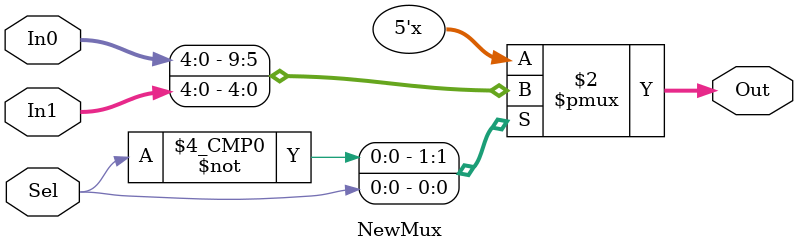
<source format=v>
`timescale 1ns / 1ps

module NewMux(In0,In1,Sel,Out
    );
	 input [4:0]  In0;
	 input [4:0]   In1;
	 input  Sel;
	 output reg[4:0]  Out;
always@(In0,In1,Sel)
	case(Sel)
		0:Out<=In0;
		1:Out<=In1;
endcase

endmodule

</source>
